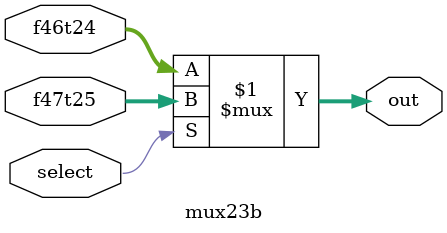
<source format=v>
module mux23b(select, f47t25, f46t24, out);
  input select;
  input[22:0] f47t25, f46t24;
  output [22:0] out;
  
  assign out= (select) ? f47t25 : f46t24;
endmodule

  


</source>
